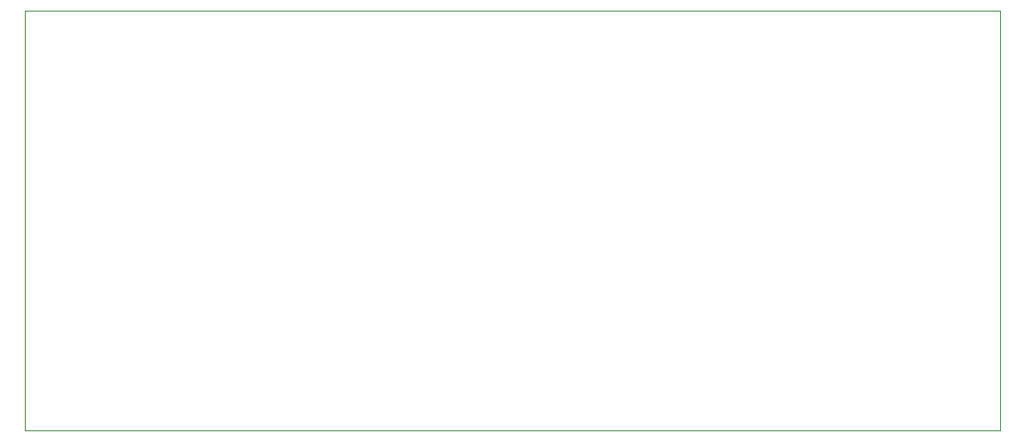
<source format=gm1>
G04 #@! TF.GenerationSoftware,KiCad,Pcbnew,7.0.9-69-ge1c0bddff3*
G04 #@! TF.CreationDate,2024-02-19T13:42:33+01:00*
G04 #@! TF.ProjectId,ASP_Backplane,4153505f-4261-4636-9b70-6c616e652e6b,B*
G04 #@! TF.SameCoordinates,Original*
G04 #@! TF.FileFunction,Profile,NP*
%FSLAX46Y46*%
G04 Gerber Fmt 4.6, Leading zero omitted, Abs format (unit mm)*
G04 Created by KiCad (PCBNEW 7.0.9-69-ge1c0bddff3) date 2024-02-19 13:42:33*
%MOMM*%
%LPD*%
G01*
G04 APERTURE LIST*
G04 #@! TA.AperFunction,Profile*
%ADD10C,0.100000*%
G04 #@! TD*
G04 APERTURE END LIST*
D10*
X44000000Y-126000000D02*
X137000000Y-126000000D01*
X137000000Y-166000000D01*
X44000000Y-166000000D01*
X44000000Y-126000000D01*
M02*

</source>
